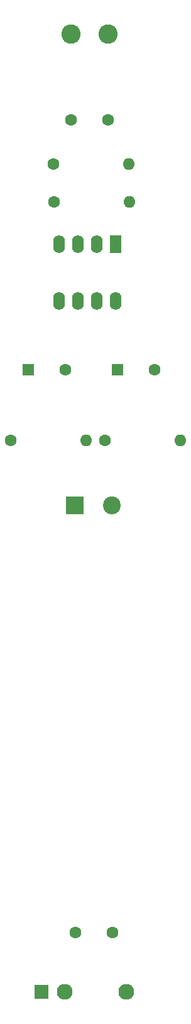
<source format=gbr>
%TF.GenerationSoftware,KiCad,Pcbnew,8.0.2-1*%
%TF.CreationDate,2024-06-20T14:35:33+08:00*%
%TF.ProjectId,troubleSeeker,74726f75-626c-4655-9365-656b65722e6b,rev?*%
%TF.SameCoordinates,Original*%
%TF.FileFunction,Soldermask,Top*%
%TF.FilePolarity,Negative*%
%FSLAX46Y46*%
G04 Gerber Fmt 4.6, Leading zero omitted, Abs format (unit mm)*
G04 Created by KiCad (PCBNEW 8.0.2-1) date 2024-06-20 14:35:33*
%MOMM*%
%LPD*%
G01*
G04 APERTURE LIST*
%ADD10O,1.600000X1.600000*%
%ADD11C,1.600000*%
%ADD12C,2.600000*%
%ADD13R,1.600000X1.600000*%
%ADD14R,1.600000X2.400000*%
%ADD15O,1.600000X2.400000*%
%ADD16C,2.130000*%
%ADD17R,1.830000X1.930000*%
%ADD18C,2.400000*%
%ADD19R,2.400000X2.400000*%
G04 APERTURE END LIST*
D10*
%TO.C,R4*%
X137180000Y-68000000D03*
D11*
X127020000Y-68000000D03*
%TD*%
D10*
%TO.C,R3*%
X137080000Y-62900000D03*
D11*
X126920000Y-62900000D03*
%TD*%
D10*
%TO.C,R2*%
X144040000Y-100000000D03*
D11*
X133880000Y-100000000D03*
%TD*%
D10*
%TO.C,R1*%
X131280000Y-100000000D03*
D11*
X121120000Y-100000000D03*
%TD*%
D12*
%TO.C,L1*%
X129310000Y-45500000D03*
X134310000Y-45500000D03*
%TD*%
D13*
%TO.C,C2*%
X135500000Y-90500000D03*
D11*
X140500000Y-90500000D03*
%TD*%
%TO.C,C1*%
X128500000Y-90500000D03*
D13*
X123500000Y-90500000D03*
%TD*%
D14*
%TO.C,U1*%
X135300000Y-73700000D03*
D15*
X132760000Y-73700000D03*
X130220000Y-73700000D03*
X127680000Y-73700000D03*
X127680000Y-81320000D03*
X130220000Y-81320000D03*
X132760000Y-81320000D03*
X135300000Y-81320000D03*
%TD*%
D16*
%TO.C,Audio Out*%
X128400000Y-174000000D03*
X136700000Y-174000000D03*
D17*
X125300000Y-174000000D03*
%TD*%
D11*
%TO.C,C4*%
X129310000Y-57000000D03*
X134310000Y-57000000D03*
%TD*%
%TO.C,C3*%
X134900000Y-166100000D03*
X129900000Y-166100000D03*
%TD*%
D18*
%TO.C,9V Battery*%
X134750000Y-108700000D03*
D19*
X129750000Y-108700000D03*
%TD*%
M02*

</source>
